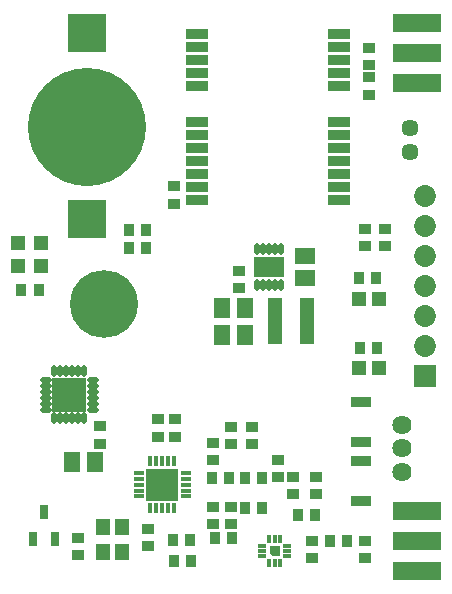
<source format=gts>
G04 DipTrace 3.2.0.0*
G04 LFTlayout-TopMask.gts*
%MOIN*%
G04 #@! TF.FileFunction,Soldermask,Top*
G04 #@! TF.Part,Single*
%AMOUTLINE1*
4,1,5,
-0.017764,0.017764,
0.017764,0.017764,
0.017764,-0.017764,
-0.008132,-0.017764,
-0.017764,-0.008132,
-0.017764,0.017764,
0*%
%ADD22C,0.393701*%
%ADD24R,0.156X0.156*%
%ADD25R,0.125X0.125*%
%ADD35R,0.16X0.06*%
%ADD36C,0.057*%
%ADD37C,0.064*%
%ADD69R,0.049307X0.057181*%
%ADD71R,0.026079X0.013874*%
%ADD73R,0.026079X0.017811*%
%ADD75R,0.013874X0.026079*%
%ADD77R,0.017811X0.026079*%
%ADD79R,0.04537X0.04537*%
%ADD81R,0.099701X0.070961*%
%ADD83R,0.108362X0.108362*%
%ADD85R,0.017811X0.035528*%
%ADD87R,0.035528X0.017811*%
%ADD89R,0.076866X0.037496*%
%ADD91R,0.112299X0.112299*%
%ADD93O,0.017811X0.039465*%
%ADD95O,0.039465X0.017811*%
%ADD99R,0.031591X0.047339*%
%ADD101C,0.226*%
%ADD103R,0.047339X0.151669*%
%ADD115C,0.072929*%
%ADD117R,0.072929X0.072929*%
%ADD119R,0.068992X0.037496*%
%ADD121R,0.049307X0.04537*%
%ADD123R,0.037496X0.041433*%
%ADD125R,0.057181X0.065055*%
%ADD127R,0.065055X0.057181*%
%ADD129R,0.041433X0.037496*%
%ADD139OUTLINE1*%
%FSLAX26Y26*%
G04*
G70*
G90*
G75*
G01*
G04 TopMask*
%LPD*%
D24*
X693854Y1950265D3*
D25*
Y1640265D3*
Y2260265D3*
D129*
X896822Y550464D3*
Y607550D3*
X662028Y579006D3*
Y521919D3*
D127*
X1419016Y1444017D3*
Y1518820D3*
D125*
X1219016Y1344017D3*
X1144213D3*
X1219016Y1256517D3*
X1144213D3*
X719016Y831516D3*
X644213D3*
D129*
X737765Y950265D3*
Y893179D3*
X930778Y916507D3*
Y973593D3*
X987028Y916507D3*
Y973593D3*
X1174528Y891507D3*
Y948593D3*
X1243278Y891507D3*
Y948593D3*
X981516Y1750265D3*
Y1693179D3*
D123*
X531516Y1406516D3*
X474429D3*
D129*
X1200265Y1412768D3*
Y1469855D3*
X1330777Y781712D3*
Y838798D3*
X1455778Y725462D3*
Y782549D3*
X1444016Y569016D3*
Y511929D3*
X1619016Y569016D3*
Y511929D3*
D123*
X1220985Y679006D3*
X1278071D3*
X1120985Y579007D3*
X1178071D3*
X1108485Y779006D3*
X1165571D3*
D121*
X1600267Y1144016D3*
X1667196D3*
X1600267Y1375267D3*
X1667196D3*
D119*
X1606516Y700267D3*
Y834125D3*
Y1031516D3*
Y897658D3*
D117*
X1819016Y1119016D3*
D115*
Y1219016D3*
Y1319016D3*
Y1419016D3*
Y1519016D3*
Y1619016D3*
Y1719016D3*
D35*
X1794016Y469016D3*
Y569016D3*
Y669016D3*
Y2094016D3*
Y2194016D3*
Y2294016D3*
D36*
X1769016Y1944016D3*
Y1865276D3*
D37*
X1744016Y956516D3*
Y877776D3*
Y799036D3*
D103*
X1425265Y1300267D3*
X1320935D3*
D129*
X1631516Y2212765D3*
Y2155679D3*
X1112028Y837964D3*
Y895050D3*
D123*
X1220985Y779006D3*
X1278071D3*
D129*
X1380778Y782549D3*
Y725462D3*
D123*
X1453071Y654007D3*
X1395985D3*
X1502973Y569016D3*
X1560059D3*
D129*
X1112028Y682550D3*
Y625464D3*
X1174528Y682550D3*
Y625464D3*
D101*
X748347Y1358583D3*
D99*
X512765Y575265D3*
X587568D3*
X550167Y665817D3*
D123*
X980778Y572756D3*
X1037865D3*
X981516Y500267D3*
X1038603D3*
X1602973Y1212767D3*
X1660059D3*
X1600267Y1444016D3*
X1657353D3*
D129*
X1631516Y2056516D3*
Y2113603D3*
D123*
X834223Y1606516D3*
X891310D3*
X834222Y1544016D3*
X891309D3*
D129*
X1619016Y1552974D3*
Y1610061D3*
X1687765Y1610059D3*
Y1552973D3*
D95*
X712765Y1006516D3*
Y1026201D3*
Y1045886D3*
Y1065571D3*
Y1085256D3*
Y1104941D3*
D93*
X683238Y1134469D3*
X663553D3*
X643868D3*
X624183D3*
X604498D3*
X584813D3*
D95*
X555285Y1104941D3*
Y1085256D3*
Y1065571D3*
Y1045886D3*
Y1026201D3*
Y1006516D3*
D93*
X584813Y976988D3*
X604498D3*
X624183D3*
X643868D3*
X663553D3*
X683238D3*
D91*
X634025Y1055729D3*
D89*
X1531516Y1706516D3*
Y1749823D3*
Y1793130D3*
Y1836437D3*
Y1879744D3*
Y1923051D3*
Y1966359D3*
Y2084469D3*
Y2127776D3*
Y2171083D3*
Y2214390D3*
Y2257697D3*
X1059075D3*
Y2214390D3*
Y2171083D3*
Y2127776D3*
Y2084469D3*
Y1966359D3*
Y1923051D3*
Y1879744D3*
Y1836437D3*
Y1793130D3*
Y1749823D3*
Y1706516D3*
D87*
X1022756Y717146D3*
Y736831D3*
Y756516D3*
Y776201D3*
Y795886D3*
D85*
X983386Y835256D3*
X963701D3*
X944016D3*
X924331D3*
X904646D3*
D87*
X865276Y795886D3*
Y776201D3*
Y756516D3*
Y736831D3*
Y717146D3*
D85*
X904646Y677776D3*
X924331D3*
X944016D3*
X963701D3*
X983386D3*
D83*
X944016Y756516D3*
D93*
X1260895Y1422659D3*
X1280580D3*
X1300265D3*
X1319950D3*
X1339635D3*
Y1540374D3*
X1319950D3*
X1300265D3*
X1280580D3*
X1260895D3*
D81*
X1300265Y1481320D3*
D79*
X540471Y1484226D3*
Y1562966D3*
X461731D3*
Y1484226D3*
D77*
X1300267Y494016D3*
D75*
X1318180D3*
D77*
X1336093D3*
D73*
X1359519Y517441D3*
D71*
Y535355D3*
D73*
Y553268D3*
D77*
X1336093Y576693D3*
D75*
X1318160Y576713D3*
D77*
X1300267Y576693D3*
D73*
X1276841Y553268D3*
D71*
Y535355D3*
D73*
Y517441D3*
D139*
X1318180Y535355D3*
D69*
X745886Y615324D3*
Y532647D3*
X810847D3*
Y615324D3*
D22*
X693756Y1947019D3*
M02*

</source>
